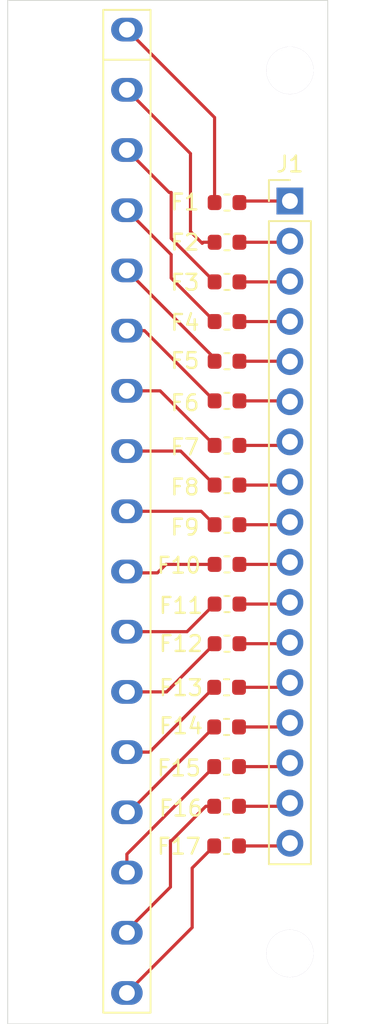
<source format=kicad_pcb>
(kicad_pcb (version 20241229) (generator "pcbnew") (generator_version "9.0")
  (layers (0 "F.Cu" signal) (2 "B.Cu" signal) (13 "F.Paste" user) (15 "B.Paste" user) (5 "F.SilkS" user "F.Silkscreen") (7 "B.SilkS" user "B.Silkscreen") (1 "F.Mask" user) (3 "B.Mask" user) (25 "Edge.Cuts" user))
  (net 0 "")
  (net 1 "Net-(J2-Pin_1)")
  (net 2 "Net-(J1-Pin_1)")
  (net 3 "Net-(J2-Pin_2)")
  (net 4 "Net-(J1-Pin_2)")
  (net 5 "Net-(J2-Pin_3)")
  (net 6 "Net-(J1-Pin_3)")
  (net 7 "Net-(J1-Pin_4)")
  (net 8 "Net-(J2-Pin_4)")
  (net 9 "Net-(J1-Pin_5)")
  (net 10 "Net-(J2-Pin_5)")
  (net 11 "Net-(J1-Pin_6)")
  (net 12 "Net-(J2-Pin_6)")
  (net 13 "Net-(J1-Pin_7)")
  (net 14 "Net-(J2-Pin_7)")
  (net 15 "Net-(J1-Pin_8)")
  (net 16 "Net-(J2-Pin_8)")
  (net 17 "Net-(J2-Pin_9)")
  (net 18 "Net-(J1-Pin_9)")
  (net 19 "Net-(J1-Pin_10)")
  (net 20 "Net-(J2-Pin_10)")
  (net 21 "Net-(J2-Pin_11)")
  (net 22 "Net-(J1-Pin_11)")
  (net 23 "Net-(J1-Pin_12)")
  (net 24 "Net-(J2-Pin_12)")
  (net 25 "Net-(J2-Pin_13)")
  (net 26 "Net-(J1-Pin_13)")
  (net 27 "Net-(J2-Pin_14)")
  (net 28 "Net-(J1-Pin_14)")
  (net 29 "Net-(J2-Pin_15)")
  (net 30 "Net-(J1-Pin_15)")
  (net 31 "Net-(J2-Pin_16)")
  (net 32 "Net-(J1-Pin_16)")
  (net 33 "Net-(J2-Pin_17)")
  (net 34 "Net-(J1-Pin_17)")
  (footprint "Fuse:Fuse_0603_1608Metric" (layer "F.Cu") (at 194.31 89.214)
    (property "Reference" "F4" (at -2.667 0.067 0) (layer "F.SilkS"))
    (property "Value" "100mA PF")
    (fp_line (start -0.162779 -0.51) (end 0.162779 -0.51) (stroke (width 0.12)) (layer "F.SilkS"))
    (fp_line (start -0.162779 0.51) (end 0.162779 0.51) (stroke (width 0.12)) (layer "F.SilkS"))
    (pad "1" smd roundrect (at -0.7875 0) (size 0.875 0.95) (layers "F.Cu" "F.Mask" "F.Paste") (net 8 "Net-(J2-Pin_4)"))
    (pad "2" smd roundrect (at 0.7875 0) (size 0.875 0.95) (layers "F.Cu" "F.Mask" "F.Paste") (net 7 "Net-(J1-Pin_4)"))
  )
  (footprint "Connector_PinHeader_2.54mm:PinHeader_1x17_P2.54mm_Vertical" (layer "F.Cu") (at 198.3 81.586)
    (property "Reference" "J1" (at 0 -2.33 0) (layer "F.SilkS"))
    (property "Value" "Conn_01x17_Pin")
    (fp_line (start -1.33 -1.33) (end 0 -1.33) (stroke (width 0.12)) (layer "F.SilkS"))
    (fp_line (start -1.33 0) (end -1.33 -1.33) (stroke (width 0.12)) (layer "F.SilkS"))
    (fp_line (start -1.33 1.27) (end -1.33 41.97) (stroke (width 0.12)) (layer "F.SilkS"))
    (fp_line (start -1.33 1.27) (end 1.33 1.27) (stroke (width 0.12)) (layer "F.SilkS"))
    (fp_line (start -1.33 41.97) (end 1.33 41.97) (stroke (width 0.12)) (layer "F.SilkS"))
    (fp_line (start 1.33 1.27) (end 1.33 41.97) (stroke (width 0.12)) (layer "F.SilkS"))
    (pad "1" thru_hole rect (at 0 0) (size 1.7 1.7) (drill 1) (layers "*.Cu" "*.Mask") (net 2 "Net-(J1-Pin_1)"))
    (pad "2" thru_hole oval (at 0 2.54) (size 1.7 1.7) (drill 1) (layers "*.Cu" "*.Mask") (net 4 "Net-(J1-Pin_2)"))
    (pad "3" thru_hole oval (at 0 5.08) (size 1.7 1.7) (drill 1) (layers "*.Cu" "*.Mask") (net 6 "Net-(J1-Pin_3)"))
    (pad "4" thru_hole oval (at 0 7.62) (size 1.7 1.7) (drill 1) (layers "*.Cu" "*.Mask") (net 7 "Net-(J1-Pin_4)"))
    (pad "5" thru_hole oval (at 0 10.16) (size 1.7 1.7) (drill 1) (layers "*.Cu" "*.Mask") (net 9 "Net-(J1-Pin_5)"))
    (pad "6" thru_hole oval (at 0 12.7) (size 1.7 1.7) (drill 1) (layers "*.Cu" "*.Mask") (net 11 "Net-(J1-Pin_6)"))
    (pad "7" thru_hole oval (at 0 15.24) (size 1.7 1.7) (drill 1) (layers "*.Cu" "*.Mask") (net 13 "Net-(J1-Pin_7)"))
    (pad "8" thru_hole oval (at 0 17.78) (size 1.7 1.7) (drill 1) (layers "*.Cu" "*.Mask") (net 15 "Net-(J1-Pin_8)"))
    (pad "9" thru_hole oval (at 0 20.32) (size 1.7 1.7) (drill 1) (layers "*.Cu" "*.Mask") (net 18 "Net-(J1-Pin_9)"))
    (pad "10" thru_hole oval (at 0 22.86) (size 1.7 1.7) (drill 1) (layers "*.Cu" "*.Mask") (net 19 "Net-(J1-Pin_10)"))
    (pad "11" thru_hole oval (at 0 25.4) (size 1.7 1.7) (drill 1) (layers "*.Cu" "*.Mask") (net 22 "Net-(J1-Pin_11)"))
    (pad "12" thru_hole oval (at 0 27.94) (size 1.7 1.7) (drill 1) (layers "*.Cu" "*.Mask") (net 23 "Net-(J1-Pin_12)"))
    (pad "13" thru_hole oval (at 0 30.48) (size 1.7 1.7) (drill 1) (layers "*.Cu" "*.Mask") (net 26 "Net-(J1-Pin_13)"))
    (pad "14" thru_hole oval (at 0 33.02) (size 1.7 1.7) (drill 1) (layers "*.Cu" "*.Mask") (net 28 "Net-(J1-Pin_14)"))
    (pad "15" thru_hole oval (at 0 35.56) (size 1.7 1.7) (drill 1) (layers "*.Cu" "*.Mask") (net 30 "Net-(J1-Pin_15)"))
    (pad "16" thru_hole oval (at 0 38.1) (size 1.7 1.7) (drill 1) (layers "*.Cu" "*.Mask") (net 32 "Net-(J1-Pin_16)"))
    (pad "17" thru_hole oval (at 0 40.64) (size 1.7 1.7) (drill 1) (layers "*.Cu" "*.Mask") (net 34 "Net-(J1-Pin_17)"))
  )
  (footprint "Fuse:Fuse_0603_1608Metric" (layer "F.Cu") (at 194.31 94.234)
    (property "Reference" "F6" (at -2.667 0.127 0) (layer "F.SilkS"))
    (property "Value" "100mA PF")
    (fp_line (start -0.162779 -0.51) (end 0.162779 -0.51) (stroke (width 0.12)) (layer "F.SilkS"))
    (fp_line (start -0.162779 0.51) (end 0.162779 0.51) (stroke (width 0.12)) (layer "F.SilkS"))
    (pad "1" smd roundrect (at -0.7875 0) (size 0.875 0.95) (layers "F.Cu" "F.Mask" "F.Paste") (net 12 "Net-(J2-Pin_6)"))
    (pad "2" smd roundrect (at 0.7875 0) (size 0.875 0.95) (layers "F.Cu" "F.Mask" "F.Paste") (net 11 "Net-(J1-Pin_6)"))
  )
  (footprint "Fuse:Fuse_0603_1608Metric" (layer "F.Cu") (at 194.31 84.194)
    (property "Reference" "F2" (at -2.667 0.007 0) (layer "F.SilkS"))
    (property "Value" "100mA PF")
    (fp_line (start -0.162779 -0.51) (end 0.162779 -0.51) (stroke (width 0.12)) (layer "F.SilkS"))
    (fp_line (start -0.162779 0.51) (end 0.162779 0.51) (stroke (width 0.12)) (layer "F.SilkS"))
    (pad "1" smd roundrect (at -0.7875 0) (size 0.875 0.95) (layers "F.Cu" "F.Mask" "F.Paste") (net 3 "Net-(J2-Pin_2)"))
    (pad "2" smd roundrect (at 0.7875 0) (size 0.875 0.95) (layers "F.Cu" "F.Mask" "F.Paste") (net 4 "Net-(J1-Pin_2)"))
  )
  (footprint "Fuse:Fuse_0603_1608Metric" (layer "F.Cu") (at 194.2845 112.358)
    (property "Reference" "F13" (at -2.8955 0.037 0) (layer "F.SilkS"))
    (property "Value" "100mA PF")
    (fp_line (start -0.162779 -0.51) (end 0.162779 -0.51) (stroke (width 0.12)) (layer "F.SilkS"))
    (fp_line (start -0.162779 0.51) (end 0.162779 0.51) (stroke (width 0.12)) (layer "F.SilkS"))
    (pad "1" smd roundrect (at -0.7875 0) (size 0.875 0.95) (layers "F.Cu" "F.Mask" "F.Paste") (net 25 "Net-(J2-Pin_13)"))
    (pad "2" smd roundrect (at 0.7875 0) (size 0.875 0.95) (layers "F.Cu" "F.Mask" "F.Paste") (net 26 "Net-(J1-Pin_13)"))
  )
  (footprint "Fuse:Fuse_0603_1608Metric" (layer "F.Cu") (at 194.31 107.091)
    (property "Reference" "F11" (at -2.921 0.097 0) (layer "F.SilkS"))
    (property "Value" "100mA PF")
    (fp_line (start -0.162779 -0.51) (end 0.162779 -0.51) (stroke (width 0.12)) (layer "F.SilkS"))
    (fp_line (start -0.162779 0.51) (end 0.162779 0.51) (stroke (width 0.12)) (layer "F.SilkS"))
    (pad "1" smd roundrect (at -0.7875 0) (size 0.875 0.95) (layers "F.Cu" "F.Mask" "F.Paste") (net 21 "Net-(J2-Pin_11)"))
    (pad "2" smd roundrect (at 0.7875 0) (size 0.875 0.95) (layers "F.Cu" "F.Mask" "F.Paste") (net 22 "Net-(J1-Pin_11)"))
  )
  (footprint "fuseboard:C430372" (layer "F.Cu") (at 187.96 101.219 -90)
    (property "Reference" "J2" (hide yes))
    (property "Value" "Screw_Terminal_01x17")
    (fp_line (start -31.73 1.500001) (end -31.730001 -1.500001) (stroke (width 0.12)) (layer "F.SilkS"))
    (fp_line (start 31.730001 1.500001) (end -31.73 1.500001) (stroke (width 0.12)) (layer "F.SilkS"))
    (fp_line (start -31.730001 -1.500001) (end 31.73 -1.500001) (stroke (width 0.12)) (layer "F.SilkS"))
    (fp_line (start -28.575 -1.500001) (end -28.574998 1.5) (stroke (width 0.12)) (layer "F.SilkS"))
    (fp_line (start 31.73 -1.500001) (end 31.730001 1.500001) (stroke (width 0.12)) (layer "F.SilkS"))
    (pad "1" thru_hole oval (at -30.480001 0 270) (size 1.5 2) (drill 1) (layers "*.Cu" "*.Mask") (net 1 "Net-(J2-Pin_1)"))
    (pad "2" thru_hole oval (at -26.67 0 270) (size 1.5 2) (drill 1) (layers "*.Cu" "*.Mask") (net 3 "Net-(J2-Pin_2)"))
    (pad "3" thru_hole oval (at -22.86 0 270) (size 1.5 2) (drill 1) (layers "*.Cu" "*.Mask") (net 5 "Net-(J2-Pin_3)"))
    (pad "4" thru_hole oval (at -19.05 0 270) (size 1.5 2) (drill 1) (layers "*.Cu" "*.Mask") (net 8 "Net-(J2-Pin_4)"))
    (pad "5" thru_hole oval (at -15.240002 0 270) (size 1.5 2) (drill 1) (layers "*.Cu" "*.Mask") (net 10 "Net-(J2-Pin_5)"))
    (pad "6" thru_hole oval (at -11.430002 0 270) (size 1.5 2) (drill 1) (layers "*.Cu" "*.Mask") (net 12 "Net-(J2-Pin_6)"))
    (pad "7" thru_hole oval (at -7.62 0 270) (size 1.5 2) (drill 1) (layers "*.Cu" "*.Mask") (net 14 "Net-(J2-Pin_7)"))
    (pad "8" thru_hole oval (at -3.81 0 270) (size 1.5 2) (drill 1) (layers "*.Cu" "*.Mask") (net 16 "Net-(J2-Pin_8)"))
    (pad "9" thru_hole oval (at 0 0 270) (size 1.5 2) (drill 1) (layers "*.Cu" "*.Mask") (net 17 "Net-(J2-Pin_9)"))
    (pad "10" thru_hole oval (at 3.81 0 270) (size 1.5 2) (drill 1) (layers "*.Cu" "*.Mask") (net 20 "Net-(J2-Pin_10)"))
    (pad "11" thru_hole oval (at 7.62 0 270) (size 1.5 2) (drill 1) (layers "*.Cu" "*.Mask") (net 21 "Net-(J2-Pin_11)"))
    (pad "12" thru_hole oval (at 11.430002 0 270) (size 1.5 2) (drill 1) (layers "*.Cu" "*.Mask") (net 24 "Net-(J2-Pin_12)"))
    (pad "13" thru_hole oval (at 15.240002 0 270) (size 1.5 2) (drill 1) (layers "*.Cu" "*.Mask") (net 25 "Net-(J2-Pin_13)"))
    (pad "14" thru_hole oval (at 19.05 0 270) (size 1.5 2) (drill 1) (layers "*.Cu" "*.Mask") (net 27 "Net-(J2-Pin_14)"))
    (pad "15" thru_hole oval (at 22.86 0 270) (size 1.5 2) (drill 1) (layers "*.Cu" "*.Mask") (net 29 "Net-(J2-Pin_15)"))
    (pad "16" thru_hole oval (at 26.67 0 270) (size 1.5 2) (drill 1) (layers "*.Cu" "*.Mask") (net 31 "Net-(J2-Pin_16)"))
    (pad "17" thru_hole oval (at 30.480001 0 270) (size 1.5 2) (drill 1) (layers "*.Cu" "*.Mask") (net 33 "Net-(J2-Pin_17)"))
  )
  (footprint "Fuse:Fuse_0603_1608Metric" (layer "F.Cu") (at 194.31 81.684)
    (property "Reference" "F1" (at -2.667 -0.023 0) (layer "F.SilkS"))
    (property "Value" "100mA PF")
    (fp_line (start -0.162779 -0.51) (end 0.162779 -0.51) (stroke (width 0.12)) (layer "F.SilkS"))
    (fp_line (start -0.162779 0.51) (end 0.162779 0.51) (stroke (width 0.12)) (layer "F.SilkS"))
    (pad "1" smd roundrect (at -0.7875 0) (size 0.875 0.95) (layers "F.Cu" "F.Mask" "F.Paste") (net 1 "Net-(J2-Pin_1)"))
    (pad "2" smd roundrect (at 0.7875 0) (size 0.875 0.95) (layers "F.Cu" "F.Mask" "F.Paste") (net 2 "Net-(J1-Pin_1)"))
  )
  (footprint "Fuse:Fuse_0603_1608Metric" (layer "F.Cu") (at 194.2845 122.398)
    (property "Reference" "F17" (at -3.0225 0.03 0) (layer "F.SilkS"))
    (property "Value" "100mA PF")
    (fp_line (start -0.162779 -0.51) (end 0.162779 -0.51) (stroke (width 0.12)) (layer "F.SilkS"))
    (fp_line (start -0.162779 0.51) (end 0.162779 0.51) (stroke (width 0.12)) (layer "F.SilkS"))
    (pad "1" smd roundrect (at -0.7875 0) (size 0.875 0.95) (layers "F.Cu" "F.Mask" "F.Paste") (net 33 "Net-(J2-Pin_17)"))
    (pad "2" smd roundrect (at 0.7875 0) (size 0.875 0.95) (layers "F.Cu" "F.Mask" "F.Paste") (net 34 "Net-(J1-Pin_17)"))
  )
  (footprint "Fuse:Fuse_0603_1608Metric" (layer "F.Cu") (at 194.2845 117.378)
    (property "Reference" "F15" (at -3.0225 0.097 0) (layer "F.SilkS"))
    (property "Value" "100mA PF")
    (fp_line (start -0.162779 -0.51) (end 0.162779 -0.51) (stroke (width 0.12)) (layer "F.SilkS"))
    (fp_line (start -0.162779 0.51) (end 0.162779 0.51) (stroke (width 0.12)) (layer "F.SilkS"))
    (pad "1" smd roundrect (at -0.7875 0) (size 0.875 0.95) (layers "F.Cu" "F.Mask" "F.Paste") (net 29 "Net-(J2-Pin_15)"))
    (pad "2" smd roundrect (at 0.7875 0) (size 0.875 0.95) (layers "F.Cu" "F.Mask" "F.Paste") (net 30 "Net-(J1-Pin_15)"))
  )
  (footprint "Fuse:Fuse_0603_1608Metric" (layer "F.Cu") (at 194.2845 119.888)
    (property "Reference" "F16" (at -2.8955 0.127 0) (layer "F.SilkS"))
    (property "Value" "100mA PF")
    (fp_line (start -0.162779 -0.51) (end 0.162779 -0.51) (stroke (width 0.12)) (layer "F.SilkS"))
    (fp_line (start -0.162779 0.51) (end 0.162779 0.51) (stroke (width 0.12)) (layer "F.SilkS"))
    (pad "1" smd roundrect (at -0.7875 0) (size 0.875 0.95) (layers "F.Cu" "F.Mask" "F.Paste") (net 31 "Net-(J2-Pin_16)"))
    (pad "2" smd roundrect (at 0.7875 0) (size 0.875 0.95) (layers "F.Cu" "F.Mask" "F.Paste") (net 32 "Net-(J1-Pin_16)"))
  )
  (footprint "Fuse:Fuse_0603_1608Metric" (layer "F.Cu") (at 194.31 86.704)
    (property "Reference" "F3" (at -2.667 0.037 0) (layer "F.SilkS"))
    (property "Value" "100mA PF")
    (fp_line (start -0.162779 -0.51) (end 0.162779 -0.51) (stroke (width 0.12)) (layer "F.SilkS"))
    (fp_line (start -0.162779 0.51) (end 0.162779 0.51) (stroke (width 0.12)) (layer "F.SilkS"))
    (pad "1" smd roundrect (at -0.7875 0) (size 0.875 0.95) (layers "F.Cu" "F.Mask" "F.Paste") (net 5 "Net-(J2-Pin_3)"))
    (pad "2" smd roundrect (at 0.7875 0) (size 0.875 0.95) (layers "F.Cu" "F.Mask" "F.Paste") (net 6 "Net-(J1-Pin_3)"))
  )
  (footprint "Fuse:Fuse_0603_1608Metric" (layer "F.Cu") (at 194.31 102.071)
    (property "Reference" "F9" (at -2.667 0.164 0) (layer "F.SilkS"))
    (property "Value" "100mA PF")
    (fp_line (start -0.162779 -0.51) (end 0.162779 -0.51) (stroke (width 0.12)) (layer "F.SilkS"))
    (fp_line (start -0.162779 0.51) (end 0.162779 0.51) (stroke (width 0.12)) (layer "F.SilkS"))
    (pad "1" smd roundrect (at -0.7875 0) (size 0.875 0.95) (layers "F.Cu" "F.Mask" "F.Paste") (net 17 "Net-(J2-Pin_9)"))
    (pad "2" smd roundrect (at 0.7875 0) (size 0.875 0.95) (layers "F.Cu" "F.Mask" "F.Paste") (net 18 "Net-(J1-Pin_9)"))
  )
  (footprint "Fuse:Fuse_0603_1608Metric" (layer "F.Cu") (at 194.31 97.051)
    (property "Reference" "F7" (at -2.667 0.104 0) (layer "F.SilkS"))
    (property "Value" "100mA PF")
    (fp_line (start -0.162779 -0.51) (end 0.162779 -0.51) (stroke (width 0.12)) (layer "F.SilkS"))
    (fp_line (start -0.162779 0.51) (end 0.162779 0.51) (stroke (width 0.12)) (layer "F.SilkS"))
    (pad "1" smd roundrect (at -0.7875 0) (size 0.875 0.95) (layers "F.Cu" "F.Mask" "F.Paste") (net 14 "Net-(J2-Pin_7)"))
    (pad "2" smd roundrect (at 0.7875 0) (size 0.875 0.95) (layers "F.Cu" "F.Mask" "F.Paste") (net 13 "Net-(J1-Pin_7)"))
  )
  (footprint "Fuse:Fuse_0603_1608Metric" (layer "F.Cu") (at 194.31 91.724)
    (property "Reference" "F5" (at -2.667 -0.03 0) (layer "F.SilkS"))
    (property "Value" "100mA PF")
    (fp_line (start -0.162779 -0.51) (end 0.162779 -0.51) (stroke (width 0.12)) (layer "F.SilkS"))
    (fp_line (start -0.162779 0.51) (end 0.162779 0.51) (stroke (width 0.12)) (layer "F.SilkS"))
    (pad "1" smd roundrect (at -0.7875 0) (size 0.875 0.95) (layers "F.Cu" "F.Mask" "F.Paste") (net 10 "Net-(J2-Pin_5)"))
    (pad "2" smd roundrect (at 0.7875 0) (size 0.875 0.95) (layers "F.Cu" "F.Mask" "F.Paste") (net 9 "Net-(J1-Pin_5)"))
  )
  (footprint "Fuse:Fuse_0603_1608Metric" (layer "F.Cu") (at 194.2845 114.868)
    (property "Reference" "F14" (at -2.8955 -0.06 0) (layer "F.SilkS"))
    (property "Value" "100mA PF")
    (fp_line (start -0.162779 -0.51) (end 0.162779 -0.51) (stroke (width 0.12)) (layer "F.SilkS"))
    (fp_line (start -0.162779 0.51) (end 0.162779 0.51) (stroke (width 0.12)) (layer "F.SilkS"))
    (pad "1" smd roundrect (at -0.7875 0) (size 0.875 0.95) (layers "F.Cu" "F.Mask" "F.Paste") (net 27 "Net-(J2-Pin_14)"))
    (pad "2" smd roundrect (at 0.7875 0) (size 0.875 0.95) (layers "F.Cu" "F.Mask" "F.Paste") (net 28 "Net-(J1-Pin_14)"))
  )
  (footprint "Fuse:Fuse_0603_1608Metric" (layer "F.Cu") (at 194.31 109.601)
    (property "Reference" "F12" (at -2.921 0 0) (layer "F.SilkS"))
    (property "Value" "100mA PF")
    (fp_line (start -0.162779 -0.51) (end 0.162779 -0.51) (stroke (width 0.12)) (layer "F.SilkS"))
    (fp_line (start -0.162779 0.51) (end 0.162779 0.51) (stroke (width 0.12)) (layer "F.SilkS"))
    (pad "1" smd roundrect (at -0.7875 0) (size 0.875 0.95) (layers "F.Cu" "F.Mask" "F.Paste") (net 24 "Net-(J2-Pin_12)"))
    (pad "2" smd roundrect (at 0.7875 0) (size 0.875 0.95) (layers "F.Cu" "F.Mask" "F.Paste") (net 23 "Net-(J1-Pin_12)"))
  )
  (footprint "Fuse:Fuse_0603_1608Metric" (layer "F.Cu") (at 194.31 99.561)
    (property "Reference" "F8" (at -2.667 0.134 0) (layer "F.SilkS"))
    (property "Value" "100mA PF")
    (fp_line (start -0.162779 -0.51) (end 0.162779 -0.51) (stroke (width 0.12)) (layer "F.SilkS"))
    (fp_line (start -0.162779 0.51) (end 0.162779 0.51) (stroke (width 0.12)) (layer "F.SilkS"))
    (pad "1" smd roundrect (at -0.7875 0) (size 0.875 0.95) (layers "F.Cu" "F.Mask" "F.Paste") (net 16 "Net-(J2-Pin_8)"))
    (pad "2" smd roundrect (at 0.7875 0) (size 0.875 0.95) (layers "F.Cu" "F.Mask" "F.Paste") (net 15 "Net-(J1-Pin_8)"))
  )
  (footprint "Fuse:Fuse_0603_1608Metric" (layer "F.Cu") (at 194.31 104.581)
    (property "Reference" "F10" (at -3.048 0.067 0) (layer "F.SilkS"))
    (property "Value" "100mA PF")
    (fp_line (start -0.162779 -0.51) (end 0.162779 -0.51) (stroke (width 0.12)) (layer "F.SilkS"))
    (fp_line (start -0.162779 0.51) (end 0.162779 0.51) (stroke (width 0.12)) (layer "F.SilkS"))
    (pad "1" smd roundrect (at -0.7875 0) (size 0.875 0.95) (layers "F.Cu" "F.Mask" "F.Paste") (net 20 "Net-(J2-Pin_10)"))
    (pad "2" smd roundrect (at 0.7875 0) (size 0.875 0.95) (layers "F.Cu" "F.Mask" "F.Paste") (net 19 "Net-(J1-Pin_10)"))
  )
  (gr_rect (start 180.399 68.89) (end 200.7 133.657) (stroke (width 0.05)) (fill no) (layer "Edge.Cuts"))
  (via (at 198.3 73.32) (size 2.99975) (drill 2.99974) (layers "F.Cu" "B.Cu") (net 0))
  (via (at 198.3 129.2) (size 2.99975) (drill 2.99974) (layers "F.Cu" "B.Cu") (net 0))
  (segment (start 187.96 70.738999) (end 187.992001 70.738999) (width 0.2) (layer "F.Cu") (net 1))
  (segment (start 193.5225 76.301499) (end 193.5225 81.684) (width 0.2) (layer "F.Cu") (net 1))
  (segment (start 187.96 70.738999) (end 193.5225 76.301499) (width 0.2) (layer "F.Cu") (net 1))
  (segment (start 187.992001 70.738999) (end 188.406 70.325) (width 0.2) (layer "F.Cu") (net 1))
  (segment (start 198.3 81.586) (end 195.1955 81.586) (width 0.2) (layer "F.Cu") (net 2))
  (segment (start 195.1955 81.586) (end 195.0975 81.684) (width 0.2) (layer "F.Cu") (net 2))
  (segment (start 192.738 84.262) (end 192.806 84.194) (width 0.2) (layer "F.Cu") (net 3))
  (segment (start 192.806 84.194) (end 193.5225 84.194) (width 0.2) (layer "F.Cu") (net 3))
  (segment (start 187.96 74.549) (end 191.993 78.582) (width 0.2) (layer "F.Cu") (net 3))
  (segment (start 191.993 78.582) (end 191.993 83.517) (width 0.2) (layer "F.Cu") (net 3))
  (segment (start 191.993 83.517) (end 192.738 84.262) (width 0.2) (layer "F.Cu") (net 3))
  (segment (start 198.232 84.194) (end 198.3 84.126) (width 0.2) (layer "F.Cu") (net 4))
  (segment (start 195.0975 84.194) (end 198.232 84.194) (width 0.2) (layer "F.Cu") (net 4))
  (segment (start 190.768 83.9495) (end 193.5225 86.704) (width 0.2) (layer "F.Cu") (net 5))
  (segment (start 190.644 81.043) (end 190.768 81.043) (width 0.2) (layer "F.Cu") (net 5))
  (segment (start 187.96 78.359) (end 190.644 81.043) (width 0.2) (layer "F.Cu") (net 5))
  (segment (start 190.768 81.043) (end 190.768 83.9495) (width 0.2) (layer "F.Cu") (net 5))
  (segment (start 198.262 86.704) (end 198.3 86.666) (width 0.2) (layer "F.Cu") (net 6))
  (segment (start 195.0975 86.704) (end 198.262 86.704) (width 0.2) (layer "F.Cu") (net 6))
  (segment (start 198.292 89.214) (end 198.3 89.206) (width 0.2) (layer "F.Cu") (net 7))
  (segment (start 195.0975 89.214) (end 198.292 89.214) (width 0.2) (layer "F.Cu") (net 7))
  (segment (start 187.96 82.169) (end 190.768 84.977) (width 0.2) (layer "F.Cu") (net 8))
  (segment (start 190.768 86.4595) (end 193.5225 89.214) (width 0.2) (layer "F.Cu") (net 8))
  (segment (start 190.768 84.977) (end 190.768 86.4595) (width 0.2) (layer "F.Cu") (net 8))
  (segment (start 195.0975 91.724) (end 198.278 91.724) (width 0.2) (layer "F.Cu") (net 9))
  (segment (start 198.278 91.724) (end 198.3 91.746) (width 0.2) (layer "F.Cu") (net 9))
  (segment (start 193.5225 91.541498) (end 193.5225 91.724) (width 0.2) (layer "F.Cu") (net 10))
  (segment (start 187.96 85.978998) (end 193.5225 91.541498) (width 0.2) (layer "F.Cu") (net 10))
  (segment (start 195.0975 94.234) (end 198.248 94.234) (width 0.2) (layer "F.Cu") (net 11))
  (segment (start 198.248 94.234) (end 198.3 94.286) (width 0.2) (layer "F.Cu") (net 11))
  (segment (start 189.077498 89.788998) (end 193.5225 94.234) (width 0.2) (layer "F.Cu") (net 12))
  (segment (start 187.96 89.788998) (end 189.077498 89.788998) (width 0.2) (layer "F.Cu") (net 12))
  (segment (start 195.0975 97.051) (end 198.075 97.051) (width 0.2) (layer "F.Cu") (net 13))
  (segment (start 198.075 97.051) (end 198.3 96.826) (width 0.2) (layer "F.Cu") (net 13))
  (segment (start 187.96 93.599) (end 190.0705 93.599) (width 0.2) (layer "F.Cu") (net 14))
  (segment (start 190.0705 93.599) (end 193.5225 97.051) (width 0.2) (layer "F.Cu") (net 14))
  (segment (start 195.0975 99.561) (end 198.105 99.561) (width 0.2) (layer "F.Cu") (net 15))
  (segment (start 198.105 99.561) (end 198.3 99.366) (width 0.2) (layer "F.Cu") (net 15))
  (segment (start 187.96 97.409) (end 191.3705 97.409) (width 0.2) (layer "F.Cu") (net 16))
  (segment (start 191.3705 97.409) (end 193.5225 99.561) (width 0.2) (layer "F.Cu") (net 16))
  (segment (start 192.6705 101.219) (end 193.5225 102.071) (width 0.2) (layer "F.Cu") (net 17))
  (segment (start 187.96 101.219) (end 192.6705 101.219) (width 0.2) (layer "F.Cu") (net 17))
  (segment (start 198.135 102.071) (end 198.3 101.906) (width 0.2) (layer "F.Cu") (net 18))
  (segment (start 195.0975 102.071) (end 198.135 102.071) (width 0.2) (layer "F.Cu") (net 18))
  (segment (start 198.165 104.581) (end 198.3 104.446) (width 0.2) (layer "F.Cu") (net 19))
  (segment (start 195.0975 104.581) (end 198.165 104.581) (width 0.2) (layer "F.Cu") (net 19))
  (segment (start 187.96 105.029) (end 188.048 105.117) (width 0.2) (layer "F.Cu") (net 20))
  (segment (start 188.048 105.117) (end 189.898 105.117) (width 0.2) (layer "F.Cu") (net 20))
  (segment (start 190.434 104.581) (end 193.5225 104.581) (width 0.2) (layer "F.Cu") (net 20))
  (segment (start 189.898 105.117) (end 190.434 104.581) (width 0.2) (layer "F.Cu") (net 20))
  (segment (start 191.7745 108.839) (end 193.5225 107.091) (width 0.2) (layer "F.Cu") (net 21))
  (segment (start 187.96 108.839) (end 191.7745 108.839) (width 0.2) (layer "F.Cu") (net 21))
  (segment (start 198.195 107.091) (end 198.3 106.986) (width 0.2) (layer "F.Cu") (net 22))
  (segment (start 195.0975 107.091) (end 198.195 107.091) (width 0.2) (layer "F.Cu") (net 22))
  (segment (start 198.225 109.601) (end 198.3 109.526) (width 0.2) (layer "F.Cu") (net 23))
  (segment (start 195.0975 109.601) (end 198.225 109.601) (width 0.2) (layer "F.Cu") (net 23))
  (segment (start 187.96 112.649002) (end 190.474498 112.649002) (width 0.2) (layer "F.Cu") (net 24))
  (segment (start 190.474498 112.649002) (end 193.5225 109.601) (width 0.2) (layer "F.Cu") (net 24))
  (segment (start 187.96 116.459002) (end 189.395998 116.459002) (width 0.2) (layer "F.Cu") (net 25))
  (segment (start 189.395998 116.459002) (end 193.497 112.358) (width 0.2) (layer "F.Cu") (net 25))
  (segment (start 198.008 112.358) (end 198.3 112.066) (width 0.2) (layer "F.Cu") (net 26))
  (segment (start 195.072 112.358) (end 198.008 112.358) (width 0.2) (layer "F.Cu") (net 26))
  (segment (start 188.096 120.269) (end 193.497 114.868) (width 0.2) (layer "F.Cu") (net 27))
  (segment (start 187.96 120.269) (end 188.096 120.269) (width 0.2) (layer "F.Cu") (net 27))
  (segment (start 198.038 114.868) (end 198.3 114.606) (width 0.2) (layer "F.Cu") (net 28))
  (segment (start 195.072 114.868) (end 198.038 114.868) (width 0.2) (layer "F.Cu") (net 28))
  (segment (start 187.96 124.079) (end 187.96 122.915) (width 0.2) (layer "F.Cu") (net 29))
  (segment (start 187.96 122.915) (end 193.497 117.378) (width 0.2) (layer "F.Cu") (net 29))
  (segment (start 198.068 117.378) (end 198.3 117.146) (width 0.2) (layer "F.Cu") (net 30))
  (segment (start 195.072 117.378) (end 198.068 117.378) (width 0.2) (layer "F.Cu") (net 30))
  (segment (start 192.964 119.888) (end 193.497 119.888) (width 0.2) (layer "F.Cu") (net 31))
  (segment (start 187.96 127.759) (end 190.722 124.997) (width 0.2) (layer "F.Cu") (net 31))
  (segment (start 190.722 122.066) (end 190.786 122.066) (width 0.2) (layer "F.Cu") (net 31))
  (segment (start 190.722 124.997) (end 190.722 122.066) (width 0.2) (layer "F.Cu") (net 31))
  (segment (start 187.96 127.889) (end 187.96 127.759) (width 0.2) (layer "F.Cu") (net 31))
  (segment (start 190.786 122.066) (end 192.964 119.888) (width 0.2) (layer "F.Cu") (net 31))
  (segment (start 198.098 119.888) (end 198.3 119.686) (width 0.2) (layer "F.Cu") (net 32))
  (segment (start 195.072 119.888) (end 198.098 119.888) (width 0.2) (layer "F.Cu") (net 32))
  (segment (start 192.1 127.559001) (end 192.1 123.795) (width 0.2) (layer "F.Cu") (net 33))
  (segment (start 187.96 131.699001) (end 192.1 127.559001) (width 0.2) (layer "F.Cu") (net 33))
  (segment (start 192.1 123.795) (end 193.497 122.398) (width 0.2) (layer "F.Cu") (net 33))
  (segment (start 198.128 122.398) (end 198.3 122.226) (width 0.2) (layer "F.Cu") (net 34))
  (segment (start 195.072 122.398) (end 198.128 122.398) (width 0.2) (layer "F.Cu") (net 34))
)
</source>
